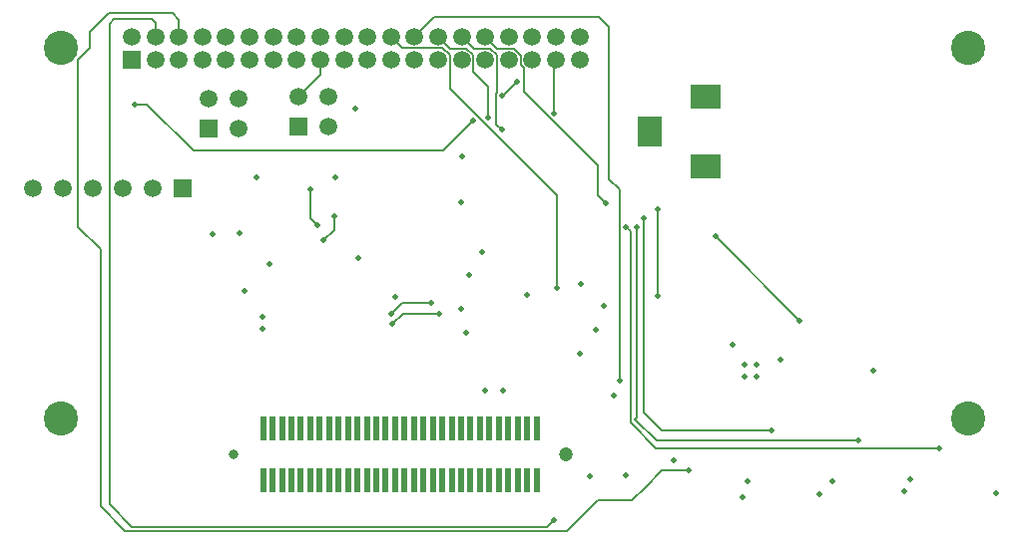
<source format=gbl>
G04 Layer_Physical_Order=4*
G04 Layer_Color=16711680*
%FSLAX24Y24*%
%MOIN*%
G70*
G01*
G75*
%ADD25C,0.0060*%
%ADD26C,0.1142*%
%ADD27R,0.0787X0.1024*%
%ADD28R,0.1024X0.0787*%
%ADD29C,0.0472*%
%ADD30C,0.0315*%
%ADD31C,0.0591*%
%ADD32R,0.0591X0.0591*%
%ADD33C,0.0197*%
%ADD47R,0.0197X0.0787*%
D25*
X18050Y17500D02*
Y19231D01*
X17050Y18234D02*
X19512Y15772D01*
X21500Y11400D02*
Y14312D01*
X20450Y13700D02*
X20600Y13550D01*
Y7150D02*
Y13550D01*
Y7150D02*
X21450Y6300D01*
X20750Y7280D02*
X21480Y6550D01*
X28200D01*
X21450Y6300D02*
X30900D01*
X21650Y6900D02*
X25300D01*
X21050Y7500D02*
X21650Y6900D01*
X21050Y7500D02*
Y14000D01*
X12984Y19693D02*
X14316D01*
X12598Y20079D02*
X12984Y19693D01*
X14316D02*
X14559Y19451D01*
X15346Y18906D02*
Y19451D01*
X15120Y19677D02*
X15346Y19451D01*
X14575Y19677D02*
X15120D01*
X16133Y18200D02*
Y19451D01*
X15908Y19677D02*
X16133Y19451D01*
X15363Y19677D02*
X15908D01*
X16300Y18100D02*
X16350D01*
X3720Y3530D02*
X18480D01*
X2900Y4350D02*
X3720Y3530D01*
X2900Y4350D02*
Y12950D01*
X3200Y4420D02*
Y20500D01*
Y4420D02*
X3950Y3670D01*
X3200Y20500D02*
X3350Y20650D01*
X2550Y20220D02*
X3180Y20850D01*
X2550Y19697D02*
Y20220D01*
X2150Y19297D02*
X2550Y19697D01*
X2150Y13700D02*
Y19297D01*
Y13700D02*
X2900Y12950D01*
X14350Y16250D02*
X15350Y17250D01*
X6000Y16250D02*
X14350D01*
X10700Y13600D02*
Y14050D01*
X4450Y17800D02*
X6000Y16250D01*
X4050Y17800D02*
X4450D01*
X5512Y20079D02*
Y20638D01*
X5300Y20850D02*
X5512Y20638D01*
X3180Y20850D02*
X5300D01*
X4599Y20650D02*
X4724Y20524D01*
X3350Y20650D02*
X4599D01*
X20800Y7330D02*
Y13700D01*
X20750Y7280D02*
X20800Y7330D01*
X19512Y14772D02*
Y15772D01*
X17050Y18234D02*
Y19019D01*
X12600Y10800D02*
X12616D01*
X12650Y10450D02*
X13000Y10800D01*
X14200D01*
X12616D02*
X12966Y11150D01*
X13950D01*
X15850Y17350D02*
Y18402D01*
X15346Y18906D02*
X15850Y18402D01*
X14173Y20079D02*
X14575Y19677D01*
X16112Y17138D02*
X16300Y16950D01*
X18150Y11650D02*
Y14750D01*
X14559Y18341D02*
X18150Y14750D01*
X14559Y18341D02*
Y19451D01*
X16112Y17138D02*
Y18178D01*
X16133Y18200D01*
X14961Y20079D02*
X15363Y19677D01*
X16695D02*
X16938Y19434D01*
Y19132D02*
Y19434D01*
Y19132D02*
X17050Y19019D01*
X23431Y13382D02*
X26250Y10563D01*
X18050Y19231D02*
X18110Y19291D01*
X19512Y14772D02*
X19784Y14500D01*
X20250Y8550D02*
Y14950D01*
X19886Y15314D02*
X20250Y14950D01*
X19886Y15314D02*
Y20400D01*
X21650Y5550D02*
X22550D01*
X21094Y4994D02*
X21650Y5550D01*
X20650Y4550D02*
X21094Y4994D01*
X17820Y3670D02*
X18050Y3900D01*
X3950Y3670D02*
X17820D01*
X4724Y20079D02*
Y20524D01*
X10353Y13253D02*
X10700Y13600D01*
X15748Y20079D02*
X16150Y19677D01*
X16695D01*
X13386Y20079D02*
X14050Y20743D01*
X19543D01*
X19886Y20400D01*
X16350Y18100D02*
X16800Y18550D01*
X9900Y14000D02*
Y14950D01*
Y14000D02*
X10150Y13750D01*
X19500Y4550D02*
X20650D01*
X18480Y3530D02*
X19500Y4550D01*
X10236Y18786D02*
Y19291D01*
X9500Y18050D02*
X10236Y18786D01*
D26*
X1575Y7283D02*
D03*
Y19685D02*
D03*
X31890D02*
D03*
Y7283D02*
D03*
D27*
X21250Y16900D02*
D03*
D28*
X23100Y18081D02*
D03*
Y15719D02*
D03*
D29*
X18445Y6083D02*
D03*
D30*
X7343D02*
D03*
D31*
X18898Y20079D02*
D03*
Y19291D02*
D03*
X18110Y20079D02*
D03*
Y19291D02*
D03*
X17323Y20079D02*
D03*
Y19291D02*
D03*
X16535Y20079D02*
D03*
Y19291D02*
D03*
X15748Y20079D02*
D03*
Y19291D02*
D03*
X14961Y20079D02*
D03*
Y19291D02*
D03*
X14173Y20079D02*
D03*
Y19291D02*
D03*
X13386Y20079D02*
D03*
Y19291D02*
D03*
X12598Y20079D02*
D03*
Y19291D02*
D03*
X11811Y20079D02*
D03*
Y19291D02*
D03*
X11024Y20079D02*
D03*
Y19291D02*
D03*
X10236Y20079D02*
D03*
Y19291D02*
D03*
X9449Y20079D02*
D03*
Y19291D02*
D03*
X8661Y20079D02*
D03*
Y19291D02*
D03*
X7874Y20079D02*
D03*
Y19291D02*
D03*
X7087Y20079D02*
D03*
Y19291D02*
D03*
X6299Y20079D02*
D03*
Y19291D02*
D03*
X5512Y20079D02*
D03*
Y19291D02*
D03*
X4724Y20079D02*
D03*
Y19291D02*
D03*
X3937Y20079D02*
D03*
X4650Y15000D02*
D03*
X3650D02*
D03*
X2650D02*
D03*
X1650D02*
D03*
X650D02*
D03*
X9500Y18050D02*
D03*
X10500Y17050D02*
D03*
Y18050D02*
D03*
X6500Y18000D02*
D03*
X7500Y17000D02*
D03*
Y18000D02*
D03*
D32*
X3937Y19291D02*
D03*
X5650Y15000D02*
D03*
X9500Y17050D02*
D03*
X6500Y17000D02*
D03*
D33*
X18050Y17500D02*
D03*
X21500Y14312D02*
D03*
X20450Y13700D02*
D03*
X28200Y6550D02*
D03*
X16300Y18100D02*
D03*
X24797Y8703D02*
D03*
X24403D02*
D03*
X24797Y9097D02*
D03*
X24403D02*
D03*
X24000Y9750D02*
D03*
X25600Y9250D02*
D03*
X15627Y12877D02*
D03*
X20800Y13700D02*
D03*
X12600Y10800D02*
D03*
X12650Y10450D02*
D03*
X14200Y10800D02*
D03*
X13950Y11150D02*
D03*
X15850Y17350D02*
D03*
X16300Y16950D02*
D03*
X15200Y12100D02*
D03*
X14930Y14530D02*
D03*
X28700Y8900D02*
D03*
X18950Y11800D02*
D03*
X17144Y11444D02*
D03*
X15100Y10150D02*
D03*
X14950Y10950D02*
D03*
X20050Y8050D02*
D03*
X27353Y5200D02*
D03*
X24500D02*
D03*
X32822Y4800D02*
D03*
X22050Y5900D02*
D03*
X29750Y4850D02*
D03*
X26900Y4750D02*
D03*
X24350Y4650D02*
D03*
X20450Y5400D02*
D03*
X19250Y5350D02*
D03*
X26250Y10563D02*
D03*
X23431Y13382D02*
D03*
X15350Y17250D02*
D03*
X30900Y6300D02*
D03*
X25300Y6900D02*
D03*
X21050Y14000D02*
D03*
X21500Y11400D02*
D03*
X19784Y14500D02*
D03*
X20250Y8550D02*
D03*
X18150Y11650D02*
D03*
X22550Y5550D02*
D03*
X18050Y3900D02*
D03*
X10353Y13253D02*
D03*
X10700Y14050D02*
D03*
X8300Y10700D02*
D03*
Y10300D02*
D03*
X6650Y13450D02*
D03*
X8550Y12450D02*
D03*
X7550Y13500D02*
D03*
X7700Y11550D02*
D03*
X10150Y13750D02*
D03*
X11492Y12650D02*
D03*
X15730Y8230D02*
D03*
X16330Y8220D02*
D03*
X18900Y9450D02*
D03*
X19450Y10250D02*
D03*
X19700Y11050D02*
D03*
X14990Y16050D02*
D03*
X16800Y18550D02*
D03*
X10750Y15350D02*
D03*
X8100D02*
D03*
X9900Y14950D02*
D03*
X11400Y17650D02*
D03*
X29950Y5250D02*
D03*
X4050Y17800D02*
D03*
X12750Y11350D02*
D03*
D47*
X8327Y5217D02*
D03*
X8642D02*
D03*
X8957D02*
D03*
X9272D02*
D03*
X9587D02*
D03*
X9902D02*
D03*
X10217D02*
D03*
X10531D02*
D03*
X10846D02*
D03*
X11161D02*
D03*
X11476D02*
D03*
X11791D02*
D03*
X12106D02*
D03*
X12421D02*
D03*
X12736D02*
D03*
X13051D02*
D03*
X13366D02*
D03*
X13681D02*
D03*
X13996D02*
D03*
X14311D02*
D03*
X14626D02*
D03*
X14941D02*
D03*
X15256D02*
D03*
X15571D02*
D03*
X15886D02*
D03*
X16201D02*
D03*
X16516D02*
D03*
X16831D02*
D03*
X17146D02*
D03*
X17461D02*
D03*
X8327Y6949D02*
D03*
X8642D02*
D03*
X8957D02*
D03*
X9272D02*
D03*
X9587D02*
D03*
X9902D02*
D03*
X10217D02*
D03*
X10531D02*
D03*
X10846D02*
D03*
X11161D02*
D03*
X11476D02*
D03*
X11791D02*
D03*
X12106D02*
D03*
X12421D02*
D03*
X12736D02*
D03*
X13051D02*
D03*
X13366D02*
D03*
X13681D02*
D03*
X13996D02*
D03*
X14311D02*
D03*
X14626D02*
D03*
X14941D02*
D03*
X15256D02*
D03*
X15571D02*
D03*
X15886D02*
D03*
X16201D02*
D03*
X16516D02*
D03*
X16831D02*
D03*
X17146D02*
D03*
X17461D02*
D03*
M02*

</source>
